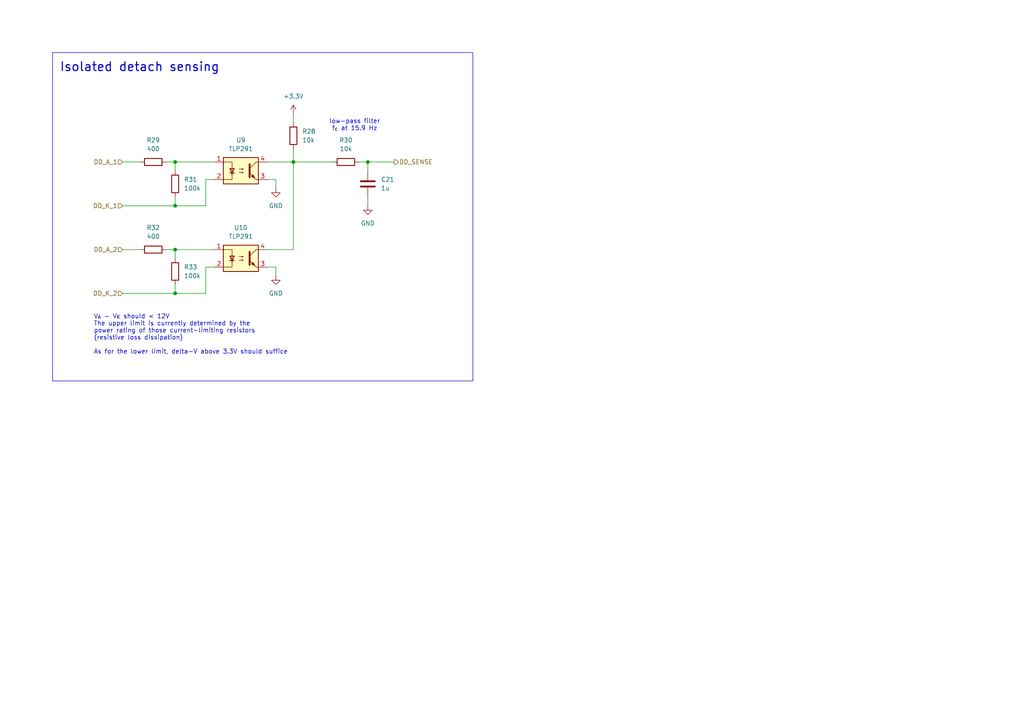
<source format=kicad_sch>
(kicad_sch (version 20250114) (generator "eeschema") (generator_version "9.0")
  (paper "A4")
  (lib_symbols
    (symbol "Device:C" (pin_numbers (hide yes)) (pin_names (offset 0.254))
      (property "Reference" "C" (at 0.635 2.54 0))
      (property "Value" "C" (at 0.635 -2.54 0))
      (symbol "C_0_1"
        (polyline (pts (xy -2.032 0.762) (xy 2.032 0.762)) (stroke (width 0.508)))
        (polyline (pts (xy -2.032 -0.762) (xy 2.032 -0.762)) (stroke (width 0.508)))
      )
      (symbol "C_1_1"
        (pin passive line (at 0 3.81 270) (length 2.794) (name "~") (number "1"))
        (pin passive line (at 0 -3.81 90) (length 2.794) (name "~") (number "2"))
      )
    )
    (symbol "Device:R" (pin_numbers (hide yes)) (pin_names (offset 0))
      (property "Reference" "R" (at 2.032 0 90))
      (property "Value" "R" (at 0 0 90))
      (symbol "R_0_1"
        (rectangle (start -1.016 -2.54) (end 1.016 2.54) (stroke (width 0.254)))
      )
      (symbol "R_1_1"
        (pin passive line (at 0 3.81 270) (length 1.27) (name "~") (number "1"))
        (pin passive line (at 0 -3.81 90) (length 1.27) (name "~") (number "2"))
      )
    )
    (symbol "Isolator:TLP291"
      (property "Reference" "U" (at -5.08 5.08 0))
      (property "Value" "TLP291" (at 0 5.08 0))
      (symbol "TLP291_0_1"
        (rectangle (start -5.08 3.81) (end 5.08 -3.81) (stroke (width 0.254)) (fill (type background)))
        (polyline (pts (xy -5.08 2.54) (xy -2.54 2.54) (xy -2.54 -1.27) (xy -2.54 0.635)))
        (polyline (pts (xy -3.175 -0.635) (xy -1.905 -0.635)) (stroke (width 0.254)))
        (polyline (pts (xy -2.54 -0.635) (xy -2.54 -2.54) (xy -5.08 -2.54)))
        (polyline (pts (xy -2.54 -0.635) (xy -3.175 0.635) (xy -1.905 0.635) (xy -2.54 -0.635)) (stroke (width 0.254)))
        (polyline (pts (xy -0.508 0.508) (xy 0.762 0.508) (xy 0.381 0.381) (xy 0.381 0.635) (xy 0.762 0.508)))
        (polyline (pts (xy -0.508 -0.508) (xy 0.762 -0.508) (xy 0.381 -0.635) (xy 0.381 -0.381) (xy 0.762 -0.508)))
        (polyline (pts (xy 2.54 1.905) (xy 2.54 -1.905) (xy 2.54 -1.905)) (stroke (width 0.508)))
        (polyline (pts (xy 2.54 0.635) (xy 4.445 2.54)))
        (polyline (pts (xy 3.048 -1.651) (xy 3.556 -1.143) (xy 4.064 -2.159) (xy 3.048 -1.651) (xy 3.048 -1.651)) (fill (type outline)))
        (polyline (pts (xy 4.445 2.54) (xy 5.08 2.54)))
        (polyline (pts (xy 4.445 -2.54) (xy 2.54 -0.635)) (fill (type outline)))
        (polyline (pts (xy 4.445 -2.54) (xy 5.08 -2.54)))
      )
      (symbol "TLP291_1_1"
        (pin passive line (at -7.62 2.54 0) (length 2.54) (name "~") (number "1"))
        (pin passive line (at -7.62 -2.54 0) (length 2.54) (name "~") (number "2"))
        (pin passive line (at 7.62 2.54 180) (length 2.54) (name "~") (number "4"))
        (pin passive line (at 7.62 -2.54 180) (length 2.54) (name "~") (number "3"))
      )
    )
    (symbol "power:+3.3V" (power) (pin_numbers (hide yes)) (pin_names (offset 0) (hide yes))
      (property "Value" "+3.3V" (at 0 3.556 0))
      (symbol "+3.3V_0_1"
        (polyline (pts (xy -0.762 1.27) (xy 0 2.54)))
        (polyline (pts (xy 0 2.54) (xy 0.762 1.27)))
        (polyline (pts (xy 0 0) (xy 0 2.54)))
      )
      (symbol "+3.3V_1_1"
        (pin power_in line (at 0 0 90) (length 0) (name "~") (number "1"))
      )
    )
    (symbol "power:GND" (power) (pin_numbers (hide yes)) (pin_names (offset 0) (hide yes))
      (property "Value" "GND" (at 0 -3.81 0))
      (symbol "GND_0_1"
        (polyline (pts (xy 0 0) (xy 0 -1.27) (xy 1.27 -1.27) (xy 0 -2.54) (xy -1.27 -1.27) (xy 0 -1.27)))
      )
      (symbol "GND_1_1"
        (pin power_in line (at 0 0 270) (length 0) (name "~") (number "1"))
      )
    )
  )
  (rectangle (start 15.24 15.24) (end 137.16 110.49))
  (text "V_{A} - V_{K} should < 12V\nThe upper limit is currently determined by the\npower rating of those current-limiting resistors\n(resistive loss dissipation)\n\nAs for the lower limit, delta-V above 3.3V should suffice" (at 27.178 97.028 0) (effects (font (size 1.27 1.27)) (justify left)))
  (text "Isolated detach sensing\n" (at 17.272 19.558 0) (effects (font (size 2.54 2.54) (thickness 0.3175)) (justify left)))
  (text "low-pass filter\nf_{c} at 15.9 Hz" (at 102.87 36.322 0) (effects (font (size 1.27 1.27))))
  (junction (at 85.09 46.99))
  (junction (at 50.8 72.39))
  (junction (at 50.8 85.09))
  (junction (at 50.8 59.69))
  (junction (at 50.8 46.99))
  (junction (at 106.68 46.99))
  (wire (pts (xy 77.47 52.07) (xy 80.01 52.07)))
  (wire (pts (xy 104.14 46.99) (xy 106.68 46.99)))
  (wire (pts (xy 62.23 77.47) (xy 59.69 77.47)))
  (wire (pts (xy 48.26 72.39) (xy 50.8 72.39)))
  (wire (pts (xy 50.8 46.99) (xy 50.8 49.53)))
  (wire (pts (xy 85.09 46.99) (xy 85.09 43.18)))
  (wire (pts (xy 50.8 46.99) (xy 62.23 46.99)))
  (wire (pts (xy 50.8 72.39) (xy 50.8 74.93)))
  (wire (pts (xy 59.69 85.09) (xy 50.8 85.09)))
  (wire (pts (xy 106.68 46.99) (xy 106.68 49.53)))
  (wire (pts (xy 50.8 59.69) (xy 35.56 59.69)))
  (wire (pts (xy 80.01 77.47) (xy 80.01 80.01)))
  (wire (pts (xy 77.47 46.99) (xy 85.09 46.99)))
  (wire (pts (xy 85.09 46.99) (xy 96.52 46.99)))
  (wire (pts (xy 106.68 46.99) (xy 114.3 46.99)))
  (wire (pts (xy 50.8 85.09) (xy 35.56 85.09)))
  (wire (pts (xy 50.8 82.55) (xy 50.8 85.09)))
  (wire (pts (xy 35.56 46.99) (xy 40.64 46.99)))
  (wire (pts (xy 85.09 46.99) (xy 85.09 72.39)))
  (wire (pts (xy 48.26 46.99) (xy 50.8 46.99)))
  (wire (pts (xy 106.68 57.15) (xy 106.68 59.69)))
  (wire (pts (xy 62.23 52.07) (xy 59.69 52.07)))
  (wire (pts (xy 77.47 77.47) (xy 80.01 77.47)))
  (wire (pts (xy 50.8 72.39) (xy 62.23 72.39)))
  (wire (pts (xy 85.09 72.39) (xy 77.47 72.39)))
  (wire (pts (xy 85.09 33.02) (xy 85.09 35.56)))
  (wire (pts (xy 35.56 72.39) (xy 40.64 72.39)))
  (wire (pts (xy 80.01 52.07) (xy 80.01 54.61)))
  (wire (pts (xy 59.69 77.47) (xy 59.69 85.09)))
  (wire (pts (xy 59.69 59.69) (xy 50.8 59.69)))
  (wire (pts (xy 50.8 57.15) (xy 50.8 59.69)))
  (wire (pts (xy 59.69 52.07) (xy 59.69 59.69)))
  (hierarchical_label "DD_K_2" (shape input) (at 35.56 85.09 180))
  (hierarchical_label "DD_A_1" (shape input) (at 35.56 46.99 180))
  (hierarchical_label "DD_K_1" (shape input) (at 35.56 59.69 180))
  (hierarchical_label "DD_A_2" (shape input) (at 35.56 72.39 180))
  (hierarchical_label "DD_SENSE" (shape output) (at 114.3 46.99 0))
  (symbol (lib_id "Device:R") (at 50.8 78.74 0) (unit 1)
    (property "Reference" "R33" (at 53.34 77.4699 0) (effects (justify left)))
    (property "Value" "100k" (at 53.34 80.0099 0) (effects (justify left)))
    (property "Footprint" "Resistor_SMD:R_0603_1608Metric" (effects (hide yes)))
    (property "Description" "Resistor" (effects (hide yes)))
  )
  (symbol (lib_id "Isolator:TLP291") (at 69.85 74.93 0) (unit 1)
    (property "Reference" "U10" (at 69.85 66.04 0))
    (property "Value" "TLP291" (at 69.85 68.58 0))
    (property "Footprint" "Package_SO:SOIC-4_4.55x2.6mm_P1.27mm" (effects (hide yes)))
    (property "Datasheet" "https://toshiba.semicon-storage.com/info/docget.jsp?did=12884&prodName=TLP291" (effects (hide yes)))
    (property "Description" "DC Optocoupler, Vce 80V, CTR 50-100%, SOP4" (effects (hide yes)))
  )
  (symbol (lib_id "Device:R") (at 100.33 46.99 90) (unit 1)
    (property "Reference" "R30" (at 100.33 40.64 90))
    (property "Value" "10k" (at 100.33 43.18 90))
    (property "Footprint" "Resistor_SMD:R_0603_1608Metric" (effects (hide yes)))
    (property "Description" "Resistor" (effects (hide yes)))
  )
  (symbol (lib_id "Isolator:TLP291") (at 69.85 49.53 0) (unit 1)
    (property "Reference" "U9" (at 69.85 40.64 0))
    (property "Value" "TLP291" (at 69.85 43.18 0))
    (property "Footprint" "Package_SO:SOIC-4_4.55x2.6mm_P1.27mm" (effects (hide yes)))
    (property "Datasheet" "https://toshiba.semicon-storage.com/info/docget.jsp?did=12884&prodName=TLP291" (effects (hide yes)))
    (property "Description" "DC Optocoupler, Vce 80V, CTR 50-100%, SOP4" (effects (hide yes)))
  )
  (symbol (lib_id "Device:C") (at 106.68 53.34 0) (unit 1)
    (property "Reference" "C21" (at 110.49 52.0699 0) (effects (justify left)))
    (property "Value" "1u" (at 110.49 54.6099 0) (effects (justify left)))
    (property "Footprint" "Capacitor_SMD:C_0603_1608Metric" (effects (hide yes)))
    (property "Description" "Unpolarized capacitor" (effects (hide yes)))
  )
  (symbol (lib_id "Device:R") (at 85.09 39.37 180) (unit 1)
    (property "Reference" "R28" (at 87.63 38.0999 0) (effects (justify right)))
    (property "Value" "10k" (at 87.63 40.6399 0) (effects (justify right)))
    (property "Footprint" "Resistor_SMD:R_0603_1608Metric" (effects (hide yes)))
    (property "Description" "Resistor" (effects (hide yes)))
  )
  (symbol (lib_id "Device:R") (at 44.45 46.99 270) (unit 1)
    (property "Reference" "R29" (at 44.45 40.64 90))
    (property "Value" "400" (at 44.45 43.18 90))
    (property "Footprint" "Resistor_SMD:R_0603_1608Metric" (effects (hide yes)))
    (property "Description" "Resistor" (effects (hide yes)))
  )
  (symbol (lib_id "Device:R") (at 50.8 53.34 0) (unit 1)
    (property "Reference" "R31" (at 53.34 52.0699 0) (effects (justify left)))
    (property "Value" "100k" (at 53.34 54.6099 0) (effects (justify left)))
    (property "Footprint" "Resistor_SMD:R_0603_1608Metric" (effects (hide yes)))
    (property "Description" "Resistor" (effects (hide yes)))
  )
  (symbol (lib_id "power:GND") (at 80.01 80.01 0) (unit 1)
    (property "Reference" "#PWR0133" (effects (hide yes)))
    (property "Value" "GND" (at 80.01 85.09 0))
    (property "Description" "Power symbol creates a global label with name \"GND\" , ground" (effects (hide yes)))
  )
  (symbol (lib_id "Device:R") (at 44.45 72.39 270) (unit 1)
    (property "Reference" "R32" (at 44.45 66.04 90))
    (property "Value" "400" (at 44.45 68.58 90))
    (property "Footprint" "Resistor_SMD:R_0603_1608Metric" (effects (hide yes)))
    (property "Description" "Resistor" (effects (hide yes)))
  )
  (symbol (lib_id "power:GND") (at 106.68 59.69 0) (unit 1)
    (property "Reference" "#PWR0132" (effects (hide yes)))
    (property "Value" "GND" (at 106.68 64.77 0))
    (property "Description" "Power symbol creates a global label with name \"GND\" , ground" (effects (hide yes)))
  )
  (symbol (lib_id "power:+3.3V") (at 85.09 33.02 0) (unit 1)
    (property "Reference" "#PWR0130" (effects (hide yes)))
    (property "Value" "+3.3V" (at 85.09 27.94 0))
    (property "Description" "Power symbol creates a global label with name \"+3.3V\"" (effects (hide yes)))
  )
  (symbol (lib_id "power:GND") (at 80.01 54.61 0) (unit 1)
    (property "Reference" "#PWR0131" (effects (hide yes)))
    (property "Value" "GND" (at 80.01 59.69 0))
    (property "Description" "Power symbol creates a global label with name \"GND\" , ground" (effects (hide yes)))
  )
)
</source>
